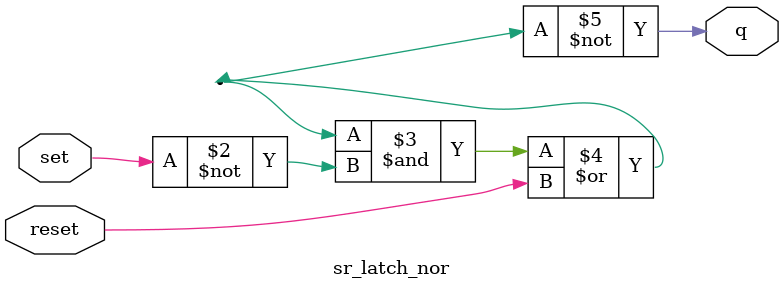
<source format=v>


module sr_latch_nor (set,reset,q);
	
input set,reset;
output q;

wire q, qb;

//nor(q, reset, qb);
//nor(qb, set, q);

// as synthesized
assign q = ~((~q  & ~set) | reset);

endmodule

</source>
